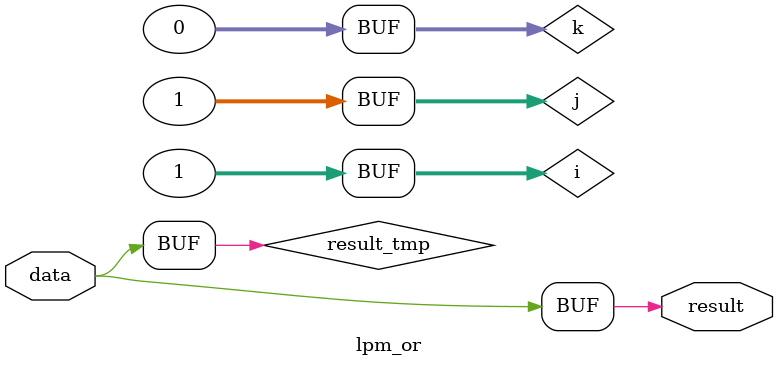
<source format=v>


// BEGINNING OF MODULE
`timescale 1 ps / 1 ps

// MODULE DECLARATION
/*verilator lint_off CASEX*/
/*verilator lint_off COMBDLY*/
/*verilator lint_off INITIALDLY*/
/*verilator lint_off LITENDIAN*/
/*verilator lint_off MULTIDRIVEN*/
/*verilator lint_off UNOPTFLAT*/
/*verilator lint_off BLKANDNBLK*/
module lpm_or (
    data,  // Data input to the OR gates. (Required)
    result // Result of OR operators. (Required)
);

// GLOBAL PARAMETER DECLARATION
    // Width of the data[] and result[] ports. Number of OR gates. (Required)
    parameter lpm_width = 1;
    // Number of inputs to each OR gate. Number of input buses. (Required)
    parameter lpm_size = 1;
    parameter lpm_type = "lpm_or";
    parameter lpm_hint  = "UNUSED";

// INPUT PORT DECLARATION
    input  [(lpm_size * lpm_width)-1:0] data;

// OUTPUT PORT DECLARATION
    output [lpm_width-1:0] result;

// INTERNAL REGISTER/SIGNAL DECLARATION
    reg    [lpm_width-1:0] result_tmp;

// LOCAL INTEGER DECLARATION
    integer i;
    integer j;
    integer k;

// INITIAL CONSTRUCT BLOCK
    initial
    begin
        if (lpm_width <= 0)
        begin
            $display("Value of lpm_width parameter must be greater than 0 (ERROR)");
            $display("Time: %0t  Instance: %m", $time);
            $finish;
        end

        if (lpm_size <= 0)
        begin
            $display("Value of lpm_size parameter must be greater than 0 (ERROR)");
            $display("Time: %0t  Instance: %m", $time);
            $finish;
        end
    end

// ALWAYS CONSTRUCT BLOCK
    always @(data)
    begin
        for (i=0; i<lpm_width; i=i+1)
        begin
            result_tmp[i] = 1'b0;
            for (j=0; j<lpm_size; j=j+1)
            begin
                k = (j * lpm_width) + i;
                result_tmp[i] = result_tmp[i] | data[k];
            end
        end
    end

// CONTINOUS ASSIGNMENT
    assign result = result_tmp;

endmodule // lpm_or


</source>
